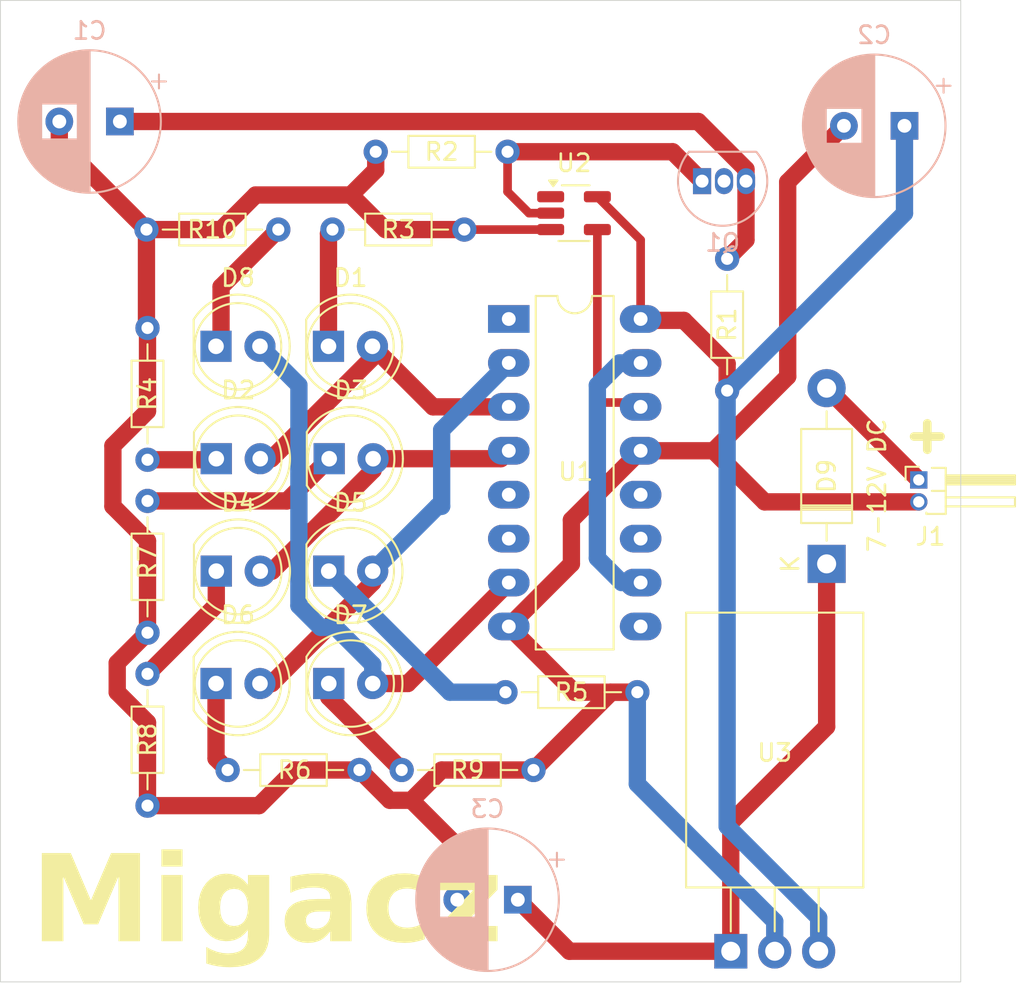
<source format=kicad_pcb>
(kicad_pcb (version 20240108) (generator "pcbnew") (generator_version "8.0")
  (title_block (title "Migacz") (date "2026-02-07") (rev "1") (company "-"))
  (layers (0 "F.Cu" signal) (31 "B.Cu" signal) (34 "B.Paste" user) (35 "F.Paste" user) (36 "B.SilkS" user "B.Silkscreen") (37 "F.SilkS" user "F.Silkscreen") (38 "B.Mask" user) (39 "F.Mask" user) (44 "Edge.Cuts" user))
  (net 0 "")
  (net 1 "Net-(J1-Pin_2)")
  (net 2 "Net-(Q1-E)")
  (net 3 "Net-(U1-VDD)")
  (net 4 "Net-(D1-A)")
  (net 5 "Net-(D1-K)")
  (net 6 "Net-(D2-K)")
  (net 7 "Net-(D3-A)")
  (net 8 "Net-(D3-K)")
  (net 9 "Net-(D4-K)")
  (net 10 "Net-(D5-K)")
  (net 11 "Net-(D5-A)")
  (net 12 "Net-(D6-K)")
  (net 13 "Net-(D7-K)")
  (net 14 "Net-(D7-A)")
  (net 15 "Net-(D8-K)")
  (net 17 "Net-(Q1-C)")
  (net 20 "Net-(U1-CLK)")
  (net 22 "Net-(U1-Q4)")
  (net 26 "Net-(D9-K)")
  (net 27 "Net-(D9-A)")
  (footprint "LED_THT:LED_D5.0mm" (layer "F.Cu") (at 84.594968 63.75)
    (property "Reference" "D8" (at 1.27 -3.96 0) (layer "F.SilkS"))
    (property "Value" "Y")
    (pad "1" thru_hole rect (at 0 0) (size 1.8 1.8) (drill 0.9) (layers "*.Cu" "*.Mask") (net 15 "Net-(D8-K)"))
    (pad "2" thru_hole circle (at 2.54 0) (size 1.8 1.8) (drill 0.9) (layers "*.Cu" "*.Mask") (net 14 "Net-(D7-A)"))
  )
  (footprint "Resistor_THT:R_Axial_DIN0204_L3.6mm_D1.6mm_P7.62mm_Horizontal" (layer "F.Cu") (at 80.634968 82.69 -90)
    (property "Reference" "R8" (at 3.81 0 90) (layer "F.SilkS"))
    (property "Value" "1k")
    (pad "1" thru_hole circle (at 0 0 270) (size 1.4 1.4) (drill 0.7) (layers "*.Cu" "*.Mask") (net 9 "Net-(D4-K)"))
    (pad "2" thru_hole oval (at 7.62 0 270) (size 1.4 1.4) (drill 0.7) (layers "*.Cu" "*.Mask") (net 1 "Net-(J1-Pin_2)"))
  )
  (footprint "LED_THT:LED_D5.0mm" (layer "F.Cu") (at 84.609968 76.75)
    (property "Reference" "D4" (at 1.27 -3.96 0) (layer "F.SilkS"))
    (property "Value" "G")
    (pad "1" thru_hole rect (at 0 0) (size 1.8 1.8) (drill 0.9) (layers "*.Cu" "*.Mask") (net 9 "Net-(D4-K)"))
    (pad "2" thru_hole circle (at 2.54 0) (size 1.8 1.8) (drill 0.9) (layers "*.Cu" "*.Mask") (net 7 "Net-(D3-A)"))
  )
  (footprint "LED_THT:LED_D5.0mm" (layer "F.Cu") (at 84.594968 83.25)
    (property "Reference" "D6" (at 1.27 -3.96 0) (layer "F.SilkS"))
    (property "Value" "B")
    (pad "1" thru_hole rect (at 0 0) (size 1.8 1.8) (drill 0.9) (layers "*.Cu" "*.Mask") (net 12 "Net-(D6-K)"))
    (pad "2" thru_hole circle (at 2.54 0) (size 1.8 1.8) (drill 0.9) (layers "*.Cu" "*.Mask") (net 11 "Net-(D5-A)"))
  )
  (footprint "Package_TO_SOT_THT:TO-220-3_Horizontal_TabDown" (layer "F.Cu") (at 114.344968 98.73)
    (property "Reference" "U3" (at 2.54 -11.48 0) (layer "F.SilkS"))
    (property "Value" "LM7805_TO220")
    (pad "" np_thru_hole oval (at 2.54 -16.66) (size 3.5 3.5) (drill 3.5) (layers "*.Cu" "*.Mask"))
    (pad "1" thru_hole rect (at 0 0) (size 1.905 2) (drill 1.1) (layers "*.Cu" "*.Mask") (net 26 "Net-(D9-K)"))
    (pad "2" thru_hole oval (at 2.54 0) (size 1.905 2) (drill 1.1) (layers "*.Cu" "*.Mask") (net 1 "Net-(J1-Pin_2)"))
    (pad "3" thru_hole oval (at 5.08 0) (size 1.905 2) (drill 1.1) (layers "*.Cu" "*.Mask") (net 3 "Net-(U1-VDD)"))
  )
  (footprint "Connector_PinHeader_1.27mm:PinHeader_1x02_P1.27mm_Horizontal" (layer "F.Cu") (at 125.209968 71.475)
    (property "Reference" "J1" (at 0.675 3.275 0) (layer "F.SilkS"))
    (property "Value" "Supply In")
    (pad "1" thru_hole rect (at 0 0) (size 1 1) (drill 0.65) (layers "*.Cu" "*.Mask") (net 27 "Net-(D9-A)"))
    (pad "2" thru_hole oval (at 0 1.27) (size 1 1) (drill 0.65) (layers "*.Cu" "*.Mask") (net 1 "Net-(J1-Pin_2)"))
  )
  (footprint "Resistor_THT:R_Axial_DIN0204_L3.6mm_D1.6mm_P7.62mm_Horizontal" (layer "F.Cu") (at 101.324968 83.75)
    (property "Reference" "R5" (at 3.81 0 0) (layer "F.SilkS"))
    (property "Value" "1k")
    (pad "1" thru_hole circle (at 0 0) (size 1.4 1.4) (drill 0.7) (layers "*.Cu" "*.Mask") (net 10 "Net-(D5-K)"))
    (pad "2" thru_hole oval (at 7.62 0) (size 1.4 1.4) (drill 0.7) (layers "*.Cu" "*.Mask") (net 1 "Net-(J1-Pin_2)"))
  )
  (footprint "Resistor_THT:R_Axial_DIN0204_L3.6mm_D1.6mm_P7.62mm_Horizontal" (layer "F.Cu") (at 101.444968 52.5 180)
    (property "Reference" "R2" (at 3.81 0 180) (layer "F.SilkS"))
    (property "Value" "22k")
    (pad "1" thru_hole circle (at 0 0 180) (size 1.4 1.4) (drill 0.7) (layers "*.Cu" "*.Mask") (net 17 "Net-(Q1-C)"))
    (pad "2" thru_hole oval (at 7.62 0 180) (size 1.4 1.4) (drill 0.7) (layers "*.Cu" "*.Mask") (net 1 "Net-(J1-Pin_2)"))
  )
  (footprint "Package_DIP:DIP-16_W7.62mm_LongPads" (layer "F.Cu") (at 101.514968 62.17)
    (property "Reference" "U1" (at 3.87 8.83 0) (layer "F.SilkS"))
    (property "Value" "4017")
    (pad "1" thru_hole rect (at 0 0) (size 2.4 1.6) (drill 0.8) (layers "*.Cu" "*.Mask"))
    (pad "2" thru_hole oval (at 0 2.54) (size 2.4 1.6) (drill 0.8) (layers "*.Cu" "*.Mask") (net 11 "Net-(D5-A)"))
    (pad "3" thru_hole oval (at 0 5.08) (size 2.4 1.6) (drill 0.8) (layers "*.Cu" "*.Mask") (net 4 "Net-(D1-A)"))
    (pad "4" thru_hole oval (at 0 7.62) (size 2.4 1.6) (drill 0.8) (layers "*.Cu" "*.Mask") (net 7 "Net-(D3-A)"))
    (pad "5" thru_hole oval (at 0 10.16) (size 2.4 1.6) (drill 0.8) (layers "*.Cu" "*.Mask"))
    (pad "6" thru_hole oval (at 0 12.7) (size 2.4 1.6) (drill 0.8) (layers "*.Cu" "*.Mask"))
    (pad "7" thru_hole oval (at 0 15.24) (size 2.4 1.6) (drill 0.8) (layers "*.Cu" "*.Mask") (net 14 "Net-(D7-A)"))
    (pad "8" thru_hole oval (at 0 17.78) (size 2.4 1.6) (drill 0.8) (layers "*.Cu" "*.Mask") (net 1 "Net-(J1-Pin_2)"))
    (pad "9" thru_hole oval (at 7.62 17.78) (size 2.4 1.6) (drill 0.8) (layers "*.Cu" "*.Mask"))
    (pad "10" thru_hole oval (at 7.62 15.24) (size 2.4 1.6) (drill 0.8) (layers "*.Cu" "*.Mask") (net 22 "Net-(U1-Q4)"))
    (pad "11" thru_hole oval (at 7.62 12.7) (size 2.4 1.6) (drill 0.8) (layers "*.Cu" "*.Mask"))
    (pad "12" thru_hole oval (at 7.62 10.16) (size 2.4 1.6) (drill 0.8) (layers "*.Cu" "*.Mask"))
    (pad "13" thru_hole oval (at 7.62 7.62) (size 2.4 1.6) (drill 0.8) (layers "*.Cu" "*.Mask") (net 1 "Net-(J1-Pin_2)"))
    (pad "14" thru_hole oval (at 7.62 5.08) (size 2.4 1.6) (drill 0.8) (layers "*.Cu" "*.Mask") (net 20 "Net-(U1-CLK)"))
    (pad "15" thru_hole oval (at 7.62 2.54) (size 2.4 1.6) (drill 0.8) (layers "*.Cu" "*.Mask") (net 22 "Net-(U1-Q4)"))
    (pad "16" thru_hole oval (at 7.62 0) (size 2.4 1.6) (drill 0.8) (layers "*.Cu" "*.Mask") (net 3 "Net-(U1-VDD)"))
  )
  (footprint "LED_THT:LED_D5.0mm" (layer "F.Cu") (at 91.109968 83.25)
    (property "Reference" "D7" (at 1.27 -3.96 0) (layer "F.SilkS"))
    (property "Value" "Y")
    (pad "1" thru_hole rect (at 0 0) (size 1.8 1.8) (drill 0.9) (layers "*.Cu" "*.Mask") (net 13 "Net-(D7-K)"))
    (pad "2" thru_hole circle (at 2.54 0) (size 1.8 1.8) (drill 0.9) (layers "*.Cu" "*.Mask") (net 14 "Net-(D7-A)"))
  )
  (footprint "Resistor_THT:R_Axial_DIN0204_L3.6mm_D1.6mm_P7.62mm_Horizontal" (layer "F.Cu") (at 114.134968 66.31 90)
    (property "Reference" "R1" (at 3.81 0 270) (layer "F.SilkS"))
    (property "Value" "2k2")
    (pad "1" thru_hole circle (at 0 0 90) (size 1.4 1.4) (drill 0.7) (layers "*.Cu" "*.Mask") (net 3 "Net-(U1-VDD)"))
    (pad "2" thru_hole oval (at 7.62 0 90) (size 1.4 1.4) (drill 0.7) (layers "*.Cu" "*.Mask") (net 2 "Net-(Q1-E)"))
  )
  (footprint "Resistor_THT:R_Axial_DIN0204_L3.6mm_D1.6mm_P7.62mm_Horizontal" (layer "F.Cu") (at 95.324968 88.25)
    (property "Reference" "R9" (at 3.81 0 0) (layer "F.SilkS"))
    (property "Value" "1k")
    (pad "1" thru_hole circle (at 0 0) (size 1.4 1.4) (drill 0.7) (layers "*.Cu" "*.Mask") (net 13 "Net-(D7-K)"))
    (pad "2" thru_hole oval (at 7.62 0) (size 1.4 1.4) (drill 0.7) (layers "*.Cu" "*.Mask") (net 1 "Net-(J1-Pin_2)"))
  )
  (footprint "LED_THT:LED_D5.0mm" (layer "F.Cu") (at 91.094968 63.75)
    (property "Reference" "D1" (at 1.27 -3.96 0) (layer "F.SilkS"))
    (property "Value" "R")
    (pad "1" thru_hole rect (at 0 0) (size 1.8 1.8) (drill 0.9) (layers "*.Cu" "*.Mask") (net 5 "Net-(D1-K)"))
    (pad "2" thru_hole circle (at 2.54 0) (size 1.8 1.8) (drill 0.9) (layers "*.Cu" "*.Mask") (net 4 "Net-(D1-A)"))
  )
  (footprint "Resistor_THT:R_Axial_DIN0204_L3.6mm_D1.6mm_P7.62mm_Horizontal" (layer "F.Cu") (at 85.264968 88.25)
    (property "Reference" "R6" (at 3.87 0 0) (layer "F.SilkS"))
    (property "Value" "1k")
    (pad "1" thru_hole circle (at 0 0) (size 1.4 1.4) (drill 0.7) (layers "*.Cu" "*.Mask") (net 12 "Net-(D6-K)"))
    (pad "2" thru_hole oval (at 7.62 0) (size 1.4 1.4) (drill 0.7) (layers "*.Cu" "*.Mask") (net 1 "Net-(J1-Pin_2)"))
  )
  (footprint "Diode_THT:D_DO-41_SOD81_P10.16mm_Horizontal" (layer "F.Cu") (at 119.884968 76.33 90)
    (property "Reference" "D9" (at 5.08 0 270) (layer "F.SilkS"))
    (property "Value" "1N4007")
    (fp_text user "K" (at 0 -2.1 270) (layer "F.SilkS"))
    (pad "1" thru_hole rect (at 0 0 90) (size 2.2 2.2) (drill 1.1) (layers "*.Cu" "*.Mask") (net 26 "Net-(D9-K)"))
    (pad "2" thru_hole oval (at 10.16 0 90) (size 2.2 2.2) (drill 1.1) (layers "*.Cu" "*.Mask") (net 27 "Net-(D9-A)"))
  )
  (footprint "Resistor_THT:R_Axial_DIN0204_L3.6mm_D1.6mm_P7.62mm_Horizontal" (layer "F.Cu") (at 80.634968 72.69 -90)
    (property "Reference" "R7" (at 3.56 0 90) (layer "F.SilkS"))
    (property "Value" "1k")
    (pad "1" thru_hole circle (at 0 0 270) (size 1.4 1.4) (drill 0.7) (layers "*.Cu" "*.Mask") (net 8 "Net-(D3-K)"))
    (pad "2" thru_hole oval (at 7.62 0 270) (size 1.4 1.4) (drill 0.7) (layers "*.Cu" "*.Mask") (net 1 "Net-(J1-Pin_2)"))
  )
  (footprint "Resistor_THT:R_Axial_DIN0204_L3.6mm_D1.6mm_P7.62mm_Horizontal" (layer "F.Cu") (at 88.194968 57 180)
    (property "Reference" "R10" (at 3.81 0 180) (layer "F.SilkS"))
    (property "Value" "1k")
    (pad "1" thru_hole circle (at 0 0 180) (size 1.4 1.4) (drill 0.7) (layers "*.Cu" "*.Mask") (net 15 "Net-(D8-K)"))
    (pad "2" thru_hole oval (at 7.62 0 180) (size 1.4 1.4) (drill 0.7) (layers "*.Cu" "*.Mask") (net 1 "Net-(J1-Pin_2)"))
  )
  (footprint "Package_TO_SOT_SMD:SOT-23-5_HandSoldering" (layer "F.Cu") (at 105.284968 56.05)
    (property "Reference" "U2" (at 0 -2.9 0) (layer "F.SilkS"))
    (property "Value" "74LVC1G14")
    (pad "1" smd roundrect (at -1.35 -0.95) (size 1.56 0.65) (layers "F.Cu" "F.Paste" "F.Mask"))
    (pad "2" smd roundrect (at -1.35 0) (size 1.56 0.65) (layers "F.Cu" "F.Paste" "F.Mask") (net 17 "Net-(Q1-C)"))
    (pad "3" smd roundrect (at -1.35 0.95) (size 1.56 0.65) (layers "F.Cu" "F.Paste" "F.Mask") (net 1 "Net-(J1-Pin_2)"))
    (pad "4" smd roundrect (at 1.35 0.95) (size 1.56 0.65) (layers "F.Cu" "F.Paste" "F.Mask") (net 20 "Net-(U1-CLK)"))
    (pad "5" smd roundrect (at 1.35 -0.95) (size 1.56 0.65) (layers "F.Cu" "F.Paste" "F.Mask") (net 3 "Net-(U1-VDD)"))
  )
  (footprint "LED_THT:LED_D5.0mm" (layer "F.Cu") (at 91.109968 76.75)
    (property "Reference" "D5" (at 1.27 -3.96 0) (layer "F.SilkS"))
    (property "Value" "B")
    (pad "1" thru_hole rect (at 0 0) (size 1.8 1.8) (drill 0.9) (layers "*.Cu" "*.Mask") (net 10 "Net-(D5-K)"))
    (pad "2" thru_hole circle (at 2.54 0) (size 1.8 1.8) (drill 0.9) (layers "*.Cu" "*.Mask") (net 11 "Net-(D5-A)"))
  )
  (footprint "LED_THT:LED_D5.0mm" (layer "F.Cu") (at 84.609968 70.25)
    (property "Reference" "D2" (at 1.27 -3.96 0) (layer "F.SilkS"))
    (property "Value" "R")
    (pad "1" thru_hole rect (at 0 0) (size 1.8 1.8) (drill 0.9) (layers "*.Cu" "*.Mask") (net 6 "Net-(D2-K)"))
    (pad "2" thru_hole circle (at 2.54 0) (size 1.8 1.8) (drill 0.9) (layers "*.Cu" "*.Mask") (net 4 "Net-(D1-A)"))
  )
  (footprint "Resistor_THT:R_Axial_DIN0204_L3.6mm_D1.6mm_P7.62mm_Horizontal" (layer "F.Cu") (at 91.324968 57)
    (property "Reference" "R3" (at 3.81 0 0) (layer "F.SilkS"))
    (property "Value" "1k")
    (pad "1" thru_hole circle (at 0 0) (size 1.4 1.4) (drill 0.7) (layers "*.Cu" "*.Mask") (net 5 "Net-(D1-K)"))
    (pad "2" thru_hole oval (at 7.62 0) (size 1.4 1.4) (drill 0.7) (layers "*.Cu" "*.Mask") (net 1 "Net-(J1-Pin_2)"))
  )
  (footprint "Resistor_THT:R_Axial_DIN0204_L3.6mm_D1.6mm_P7.62mm_Horizontal" (layer "F.Cu") (at 80.634968 70.31 90)
    (property "Reference" "R4" (at 3.81 0 270) (layer "F.SilkS"))
    (property "Value" "1k")
    (pad "1" thru_hole circle (at 0 0 90) (size 1.4 1.4) (drill 0.7) (layers "*.Cu" "*.Mask") (net 6 "Net-(D2-K)"))
    (pad "2" thru_hole oval (at 7.62 0 90) (size 1.4 1.4) (drill 0.7) (layers "*.Cu" "*.Mask") (net 1 "Net-(J1-Pin_2)"))
  )
  (footprint "LED_THT:LED_D5.0mm" (layer "F.Cu") (at 91.134968 70.25)
    (property "Reference" "D3" (at 1.27 -3.96 0) (layer "F.SilkS"))
    (property "Value" "G")
    (pad "1" thru_hole rect (at 0 0) (size 1.8 1.8) (drill 0.9) (layers "*.Cu" "*.Mask") (net 8 "Net-(D3-K)"))
    (pad "2" thru_hole circle (at 2.54 0) (size 1.8 1.8) (drill 0.9) (layers "*.Cu" "*.Mask") (net 7 "Net-(D3-A)"))
  )
  (footprint "Capacitor_THT:CP_Radial_D8.0mm_P3.50mm" (layer "B.Cu") (at 102.037619 95.75 180)
    (property "Reference" "C3" (at 1.75 5.25 180) (layer "B.SilkS") (effects (justify mirror)))
    (property "Value" "220uF")
    (pad "1" thru_hole rect (at 0 0 180) (size 1.6 1.6) (drill 0.8) (layers "*.Cu" "*.Mask") (net 26 "Net-(D9-K)"))
    (pad "2" thru_hole circle (at 3.5 0 180) (size 1.6 1.6) (drill 0.8) (layers "*.Cu" "*.Mask") (net 1 "Net-(J1-Pin_2)"))
  )
  (footprint "Capacitor_THT:CP_Radial_D8.0mm_P3.50mm" (layer "B.Cu") (at 79.037619 50.75 180)
    (property "Reference" "C1" (at 1.75 5.25 180) (layer "B.SilkS") (effects (justify mirror)))
    (property "Value" "220uF")
    (pad "1" thru_hole rect (at 0 0 180) (size 1.6 1.6) (drill 0.8) (layers "*.Cu" "*.Mask") (net 2 "Net-(Q1-E)"))
    (pad "2" thru_hole circle (at 3.5 0 180) (size 1.6 1.6) (drill 0.8) (layers "*.Cu" "*.Mask") (net 1 "Net-(J1-Pin_2)"))
  )
  (footprint "Package_TO_SOT_THT:TO-92L_Inline" (layer "B.Cu") (at 112.684968 54.2)
    (property "Reference" "Q1" (at 1.19 3.56 360) (layer "B.SilkS") (effects (justify mirror)))
    (property "Value" "BC546")
    (pad "1" thru_hole rect (at 0 0) (size 1.05 1.5) (drill 0.75) (layers "*.Cu" "*.Mask") (net 17 "Net-(Q1-C)"))
    (pad "2" thru_hole oval (at 1.27 0) (size 1.05 1.5) (drill 0.75) (layers "*.Cu" "*.Mask"))
    (pad "3" thru_hole oval (at 2.54 0) (size 1.05 1.5) (drill 0.75) (layers "*.Cu" "*.Mask") (net 2 "Net-(Q1-E)"))
  )
  (footprint "Capacitor_THT:CP_Radial_D8.0mm_P3.50mm" (layer "B.Cu") (at 124.384968 51 180)
    (property "Reference" "C2" (at 1.75 5.25 180) (layer "B.SilkS") (effects (justify mirror)))
    (property "Value" "220uF")
    (pad "1" thru_hole rect (at 0 0 180) (size 1.6 1.6) (drill 0.8) (layers "*.Cu" "*.Mask") (net 3 "Net-(U1-VDD)"))
    (pad "2" thru_hole circle (at 3.5 0 180) (size 1.6 1.6) (drill 0.8) (layers "*.Cu" "*.Mask") (net 1 "Net-(J1-Pin_2)"))
  )
  (gr_rect (start 72.134968 43.75) (end 127.634968 100.5) (stroke (width 0.05)) (fill none) (layer "Edge.Cuts"))
  (gr_text "+" (at 124.134968 70 0) (layer "F.SilkS") (effects (font (size 2 2) (thickness 0.5) (bold yes)) (justify left bottom)))
  (gr_text "7-12V DC" (at 123.384968 75.75 90) (layer "F.SilkS") (effects (font (size 1 1)) (justify left bottom)))
  (gr_text "Migacz" (at 73.884968 99 0) (layer "F.SilkS") (effects (font (size 5 5) (thickness 0.2) (bold yes)) (justify left bottom)))
  (segment (start 107.384968 83.81) (end 107.384968 83.75) (width 1) (layer "F.Cu") (net 1))
  (segment (start 125.209968 72.745) (end 116.299968 72.745) (width 1) (layer "F.Cu") (net 1))
  (segment (start 105.134968 76.33) (end 105.134968 73.79) (width 1) (layer "F.Cu") (net 1))
  (segment (start 87.074968 90.31) (end 89.134968 88.25) (width 1) (layer "F.Cu") (net 1))
  (segment (start 80.634968 85.5) (end 80.634968 90.31) (width 1) (layer "F.Cu") (net 1))
  (segment (start 98.537619 92.652651) (end 95.884968 90) (width 1) (layer "F.Cu") (net 1))
  (segment (start 108.944968 83.75) (end 105.314968 83.75) (width 1) (layer "F.Cu") (net 1))
  (segment (start 95.884968 90) (end 97.634968 88.25) (width 1) (layer "F.Cu") (net 1))
  (segment (start 80.634968 67.5) (end 78.634968 69.5) (width 1) (layer "F.Cu") (net 1))
  (segment (start 80.634968 80.31) (end 78.884968 82.06) (width 1) (layer "F.Cu") (net 1))
  (segment (start 93.824968 53.56) (end 92.384968 55) (width 1) (layer "F.Cu") (net 1))
  (segment (start 113.344968 69.79) (end 109.134968 69.79) (width 1) (layer "F.Cu") (net 1))
  (segment (start 93.824968 52.5) (end 93.824968 53.56) (width 1) (layer "F.Cu") (net 1))
  (segment (start 94.384968 57) (end 98.944968 57) (width 1) (layer "F.Cu") (net 1))
  (segment (start 80.634968 62.69) (end 80.634968 67.5) (width 1) (layer "F.Cu") (net 1))
  (segment (start 98.537619 95.75) (end 98.537619 92.652651) (width 1) (layer "F.Cu") (net 1))
  (segment (start 107.384968 83.75) (end 108.944968 83.75) (width 1) (layer "F.Cu") (net 1))
  (segment (start 89.134968 88.25) (end 92.884968 88.25) (width 1) (layer "F.Cu") (net 1))
  (segment (start 80.574968 57) (end 80.574968 62.63) (width 1) (layer "F.Cu") (net 1))
  (segment (start 97.634968 88.25) (end 102.944968 88.25) (width 1) (layer "F.Cu") (net 1))
  (segment (start 78.884968 83.75) (end 80.634968 85.5) (width 1) (layer "F.Cu") (net 1))
  (segment (start 102.944968 88.25) (end 107.384968 83.81) (width 1) (layer "F.Cu") (net 1))
  (segment (start 117.634968 54.25) (end 117.634968 65.5) (width 1) (layer "F.Cu") (net 1))
  (segment (start 92.384968 55) (end 94.384968 57) (width 1) (layer "F.Cu") (net 1))
  (segment (start 105.314968 83.75) (end 101.514968 79.95) (width 1) (layer "F.Cu") (net 1))
  (segment (start 86.884968 55) (end 92.384968 55) (width 1) (layer "F.Cu") (net 1))
  (segment (start 117.634968 65.5) (end 113.344968 69.79) (width 1) (layer "F.Cu") (net 1))
  (segment (start 78.634968 73) (end 80.634968 75) (width 1) (layer "F.Cu") (net 1))
  (segment (start 75.537619 50.75) (end 75.537619 51.962651) (width 1) (layer "F.Cu") (net 1))
  (segment (start 80.634968 90.31) (end 87.074968 90.31) (width 1) (layer "F.Cu") (net 1))
  (segment (start 80.634968 75) (end 80.634968 80.31) (width 1) (layer "F.Cu") (net 1))
  (segment (start 80.574968 62.63) (end 80.634968 62.69) (width 1) (layer "F.Cu") (net 1))
  (segment (start 78.884968 82.06) (end 78.884968 83.75) (width 1) (layer "F.Cu") (net 1))
  (segment (start 84.884968 57) (end 86.884968 55) (width 1) (layer "F.Cu") (net 1))
  (segment (start 120.884968 51) (end 117.634968 54.25) (width 1) (layer "F.Cu") (net 1))
  (segment (start 116.299968 72.745) (end 113.344968 69.79) (width 1) (layer "F.Cu") (net 1))
  (segment (start 92.884968 88.25) (end 94.634968 90) (width 1) (layer "F.Cu") (net 1))
  (segment (start 105.134968 73.79) (end 109.134968 69.79) (width 1) (layer "F.Cu") (net 1))
  (segment (start 80.574968 57) (end 84.884968 57) (width 1) (layer "F.Cu") (net 1))
  (segment (start 103.934968 57) (end 98.944968 57) (width 0.5) (layer "F.Cu") (net 1))
  (segment (start 75.537619 51.962651) (end 80.574968 57) (width 1) (layer "F.Cu") (net 1))
  (segment (start 101.514968 79.95) (end 105.134968 76.33) (width 1) (layer "F.Cu") (net 1))
  (segment (start 78.634968 69.5) (end 78.634968 73) (width 1) (layer "F.Cu") (net 1))
  (segment (start 94.634968 90) (end 95.884968 90) (width 1) (layer "F.Cu") (net 1))
  (segment (start 108.944968 89.06) (end 108.944968 83.75) (width 1) (layer "B.Cu") (net 1))
  (segment (start 116.884968 98.73) (end 116.884968 97) (width 1) (layer "B.Cu") (net 1))
  (segment (start 116.884968 97) (end 108.944968 89.06) (width 1) (layer "B.Cu") (net 1))
  (segment (start 115.224968 53.512588) (end 115.224968 54.2) (width 1) (layer "F.Cu") (net 2))
  (segment (start 79.037619 50.75) (end 112.46238 50.75) (width 1) (layer "F.Cu") (net 2))
  (segment (start 115.224968 54.2) (end 115.224968 57.6) (width 1) (layer "F.Cu") (net 2))
  (segment (start 112.46238 50.75) (end 115.224968 53.512588) (width 1) (layer "F.Cu") (net 2))
  (segment (start 115.224968 57.6) (end 114.134968 58.69) (width 1) (layer "F.Cu") (net 2))
  (segment (start 114.134968 66.31) (end 114.134968 64.75) (width 1) (layer "F.Cu") (net 3))
  (segment (start 114.134968 64.75) (end 111.634968 62.25) (width 1) (layer "F.Cu") (net 3))
  (segment (start 109.214968 62.25) (end 109.134968 62.17) (width 1) (layer "F.Cu") (net 3))
  (segment (start 109.134968 57.6) (end 109.134968 62.17) (width 0.5) (layer "F.Cu") (net 3))
  (segment (start 106.634968 55.1) (end 109.134968 57.6) (width 0.5) (layer "F.Cu") (net 3))
  (segment (start 111.634968 62.25) (end 109.214968 62.25) (width 1) (layer "F.Cu") (net 3))
  (segment (start 114.134968 91.5) (end 114.134968 66.31) (width 1) (layer "B.Cu") (net 3))
  (segment (start 119.424968 96.79) (end 114.134968 91.5) (width 1) (layer "B.Cu") (net 3))
  (segment (start 124.384968 51) (end 124.384968 56.06) (width 1) (layer "B.Cu") (net 3))
  (segment (start 119.424968 98.73) (end 119.424968 96.79) (width 1) (layer "B.Cu") (net 3))
  (segment (start 124.384968 56.06) (end 114.134968 66.31) (width 1) (layer "B.Cu") (net 3))
  (segment (start 93.634968 64.41) (end 87.794968 70.25) (width 1) (layer "F.Cu") (net 4))
  (segment (start 87.794968 70.25) (end 87.149968 70.25) (width 1) (layer "F.Cu") (net 4))
  (segment (start 93.634968 63.75) (end 97.134968 67.25) (width 1) (layer "F.Cu") (net 4))
  (segment (start 93.634968 63.75) (end 93.634968 64.41) (width 1) (layer "F.Cu") (net 4))
  (segment (start 97.134968 67.25) (end 101.514968 67.25) (width 1) (layer "F.Cu") (net 4))
  (segment (start 91.094968 57.23) (end 91.324968 57) (width 1) (layer "F.Cu") (net 5))
  (segment (start 91.094968 63.75) (end 91.094968 57.23) (width 1) (layer "F.Cu") (net 5))
  (segment (start 80.634968 70.31) (end 84.549968 70.31) (width 1) (layer "F.Cu") (net 6))
  (segment (start 84.549968 70.31) (end 84.609968 70.25) (width 1) (layer "F.Cu") (net 6))
  (segment (start 87.834968 76.75) (end 87.149968 76.75) (width 1) (layer "F.Cu") (net 7))
  (segment (start 93.674968 70.25) (end 101.054968 70.25) (width 1) (layer "F.Cu") (net 7))
  (segment (start 93.674968 70.25) (end 93.674968 70.91) (width 1) (layer "F.Cu") (net 7))
  (segment (start 101.054968 70.25) (end 101.514968 69.79) (width 1) (layer "F.Cu") (net 7))
  (segment (start 93.674968 70.91) (end 87.834968 76.75) (width 1) (layer "F.Cu") (net 7))
  (segment (start 88.694968 72.69) (end 91.134968 70.25) (width 1) (layer "F.Cu") (net 8))
  (segment (start 80.634968 72.69) (end 88.694968 72.69) (width 1) (layer "F.Cu") (net 8))
  (segment (start 80.634968 82.69) (end 84.609968 78.715) (width 1) (layer "F.Cu") (net 9))
  (segment (start 84.609968 78.715) (end 84.609968 76.75) (width 1) (layer "F.Cu") (net 9))
  (segment (start 91.109968 76.75) (end 98.109968 83.75) (width 1) (layer "B.Cu") (net 10))
  (segment (start 98.109968 83.75) (end 101.324968 83.75) (width 1) (layer "B.Cu") (net 10))
  (segment (start 93.649968 76.75) (end 93.649968 77.41) (width 1) (layer "F.Cu") (net 11))
  (segment (start 93.649968 77.41) (end 87.809968 83.25) (width 1) (layer "F.Cu") (net 11))
  (segment (start 87.809968 83.25) (end 87.134968 83.25) (width 1) (layer "F.Cu") (net 11))
  (segment (start 97.634968 73) (end 97.634968 68.59) (width 1) (layer "B.Cu") (net 11))
  (segment (start 97.399968 73) (end 97.634968 73) (width 1) (layer "B.Cu") (net 11))
  (segment (start 93.649968 76.75) (end 97.399968 73) (width 1) (layer "B.Cu") (net 11))
  (segment (start 97.634968 68.59) (end 101.514968 64.71) (width 1) (layer "B.Cu") (net 11))
  (segment (start 84.594968 87.58) (end 85.264968 88.25) (width 1) (layer "F.Cu") (net 12))
  (segment (start 84.594968 83.25) (end 84.594968 87.58) (width 1) (layer "F.Cu") (net 12))
  (segment (start 91.109968 84.035) (end 95.324968 88.25) (width 1) (layer "F.Cu") (net 13))
  (segment (start 91.109968 83.25) (end 91.109968 84.035) (width 1) (layer "F.Cu") (net 13))
  (segment (start 93.649968 83.25) (end 95.674968 83.25) (width 1) (layer "F.Cu") (net 14))
  (segment (start 95.674968 83.25) (end 101.514968 77.41) (width 1) (layer "F.Cu") (net 14))
  (segment (start 93.649968 83.25) (end 93.649968 82.15) (width 1) (layer "B.Cu") (net 14))
  (segment (start 90.634968 80) (end 89.384968 78.75) (width 1) (layer "B.Cu") (net 14))
  (segment (start 91.499968 80) (end 90.634968 80) (width 1) (layer "B.Cu") (net 14))
  (segment (start 93.649968 82.15) (end 91.499968 80) (width 1) (layer "B.Cu") (net 14))
  (segment (start 89.384968 66) (end 87.134968 63.75) (width 1) (layer "B.Cu") (net 14))
  (segment (start 89.384968 78.75) (end 89.384968 66) (width 1) (layer "B.Cu") (net 14))
  (segment (start 84.884968 63.46) (end 84.594968 63.75) (width 1) (layer "F.Cu") (net 15))
  (segment (start 88.194968 57) (end 84.884968 60.31) (width 1) (layer "F.Cu") (net 15))
  (segment (start 84.884968 60.31) (end 84.884968 63.46) (width 1) (layer "F.Cu") (net 15))
  (segment (start 101.444968 52.5) (end 101.444968 54.81) (width 0.5) (layer "F.Cu") (net 17))
  (segment (start 110.984968 52.5) (end 101.444968 52.5) (width 1) (layer "F.Cu") (net 17))
  (segment (start 102.684968 56.05) (end 103.934968 56.05) (width 0.5) (layer "F.Cu") (net 17))
  (segment (start 101.444968 54.81) (end 102.684968 56.05) (width 0.5) (layer "F.Cu") (net 17))
  (segment (start 112.684968 54.2) (end 110.984968 52.5) (width 1) (layer "F.Cu") (net 17))
  (segment (start 106.634968 57) (end 106.634968 66.75) (width 0.5) (layer "F.Cu") (net 20))
  (segment (start 108.884968 67) (end 109.134968 67.25) (width 0.5) (layer "F.Cu") (net 20))
  (segment (start 106.634968 66.75) (end 106.884968 67) (width 0.5) (layer "F.Cu") (net 20))
  (segment (start 106.884968 67) (end 108.884968 67) (width 0.5) (layer "F.Cu") (net 20))
  (segment (start 106.634968 76) (end 106.634968 66) (width 1) (layer "B.Cu") (net 22))
  (segment (start 107.924968 64.71) (end 109.134968 64.71) (width 1) (layer "B.Cu") (net 22))
  (segment (start 108.044968 77.41) (end 106.634968 76) (width 1) (layer "B.Cu") (net 22))
  (segment (start 109.134968 77.41) (end 108.044968 77.41) (width 1) (layer "B.Cu") (net 22))
  (segment (start 106.634968 66) (end 107.924968 64.71) (width 1) (layer "B.Cu") (net 22))
  (segment (start 114.344968 91.29) (end 114.344968 98.73) (width 1) (layer "F.Cu") (net 26))
  (segment (start 119.884968 76.33) (end 119.884968 85.75) (width 1) (layer "F.Cu") (net 26))
  (segment (start 105.017619 98.73) (end 102.037619 95.75) (width 1) (layer "F.Cu") (net 26))
  (segment (start 119.884968 85.75) (end 114.344968 91.29) (width 1) (layer "F.Cu") (net 26))
  (segment (start 114.344968 98.73) (end 105.017619 98.73) (width 1) (layer "F.Cu") (net 26))
  (segment (start 119.884968 66.17) (end 119.904968 66.17) (width 1) (layer "F.Cu") (net 27))
  (segment (start 119.904968 66.17) (end 125.209968 71.475) (width 1) (layer "F.Cu") (net 27))
)
</source>
